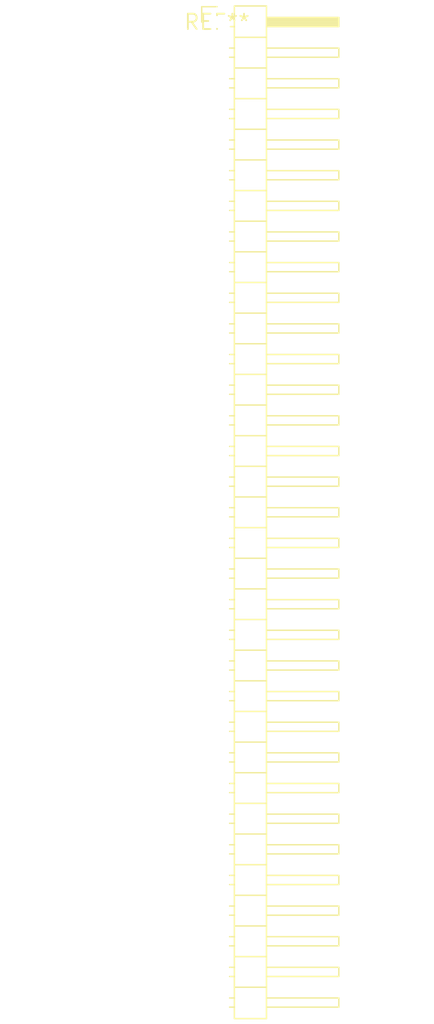
<source format=kicad_pcb>
(kicad_pcb (version 20240108) (generator pcbnew)
  (layers (0 "F.Cu" signal) (31 "B.Cu" signal) (34 "B.Paste" user) (35 "F.Paste" user) (36 "B.SilkS" user "B.Silkscreen") (37 "F.SilkS" user "F.Silkscreen") (38 "B.Mask" user) (39 "F.Mask" user) (44 "Edge.Cuts" user))
  (net 0 "")
  (footprint "PinHeader_1x33_P2.54mm_Horizontal" (layer "F.Cu") (at 0 0)
    (property "Reference" "REF**")
    (property "Value" "PinHeader_1x33_P2.54mm_Horizontal")
    (fp_line (start -1.27 -1.27) (end 0 -1.27) (layer "F.SilkS") (stroke (width 0.12)))
    (fp_line (start -1.27 0) (end -1.27 -1.27) (layer "F.SilkS") (stroke (width 0.12)))
    (fp_line (start 1.042929 2.16) (end 1.44 2.16) (layer "F.SilkS") (stroke (width 0.12)))
    (fp_line (start 1.042929 2.92) (end 1.44 2.92) (layer "F.SilkS") (stroke (width 0.12)))
    (fp_line (start 1.042929 4.7) (end 1.44 4.7) (layer "F.SilkS") (stroke (width 0.12)))
    (fp_line (start 1.042929 5.46) (end 1.44 5.46) (layer "F.SilkS") (stroke (width 0.12)))
    (fp_line (start 1.042929 7.24) (end 1.44 7.24) (layer "F.SilkS") (stroke (width 0.12)))
    (fp_line (start 1.042929 8) (end 1.44 8) (layer "F.SilkS") (stroke (width 0.12)))
    (fp_line (start 1.042929 9.78) (end 1.44 9.78) (layer "F.SilkS") (stroke (width 0.12)))
    (fp_line (start 1.042929 10.54) (end 1.44 10.54) (layer "F.SilkS") (stroke (width 0.12)))
    (fp_line (start 1.042929 12.32) (end 1.44 12.32) (layer "F.SilkS") (stroke (width 0.12)))
    (fp_line (start 1.042929 13.08) (end 1.44 13.08) (layer "F.SilkS") (stroke (width 0.12)))
    (fp_line (start 1.042929 14.86) (end 1.44 14.86) (layer "F.SilkS") (stroke (width 0.12)))
    (fp_line (start 1.042929 15.62) (end 1.44 15.62) (layer "F.SilkS") (stroke (width 0.12)))
    (fp_line (start 1.042929 17.4) (end 1.44 17.4) (layer "F.SilkS") (stroke (width 0.12)))
    (fp_line (start 1.042929 18.16) (end 1.44 18.16) (layer "F.SilkS") (stroke (width 0.12)))
    (fp_line (start 1.042929 19.94) (end 1.44 19.94) (layer "F.SilkS") (stroke (width 0.12)))
    (fp_line (start 1.042929 20.7) (end 1.44 20.7) (layer "F.SilkS") (stroke (width 0.12)))
    (fp_line (start 1.042929 22.48) (end 1.44 22.48) (layer "F.SilkS") (stroke (width 0.12)))
    (fp_line (start 1.042929 23.24) (end 1.44 23.24) (layer "F.SilkS") (stroke (width 0.12)))
    (fp_line (start 1.042929 25.02) (end 1.44 25.02) (layer "F.SilkS") (stroke (width 0.12)))
    (fp_line (start 1.042929 25.78) (end 1.44 25.78) (layer "F.SilkS") (stroke (width 0.12)))
    (fp_line (start 1.042929 27.56) (end 1.44 27.56) (layer "F.SilkS") (stroke (width 0.12)))
    (fp_line (start 1.042929 28.32) (end 1.44 28.32) (layer "F.SilkS") (stroke (width 0.12)))
    (fp_line (start 1.042929 30.1) (end 1.44 30.1) (layer "F.SilkS") (stroke (width 0.12)))
    (fp_line (start 1.042929 30.86) (end 1.44 30.86) (layer "F.SilkS") (stroke (width 0.12)))
    (fp_line (start 1.042929 32.64) (end 1.44 32.64) (layer "F.SilkS") (stroke (width 0.12)))
    (fp_line (start 1.042929 33.4) (end 1.44 33.4) (layer "F.SilkS") (stroke (width 0.12)))
    (fp_line (start 1.042929 35.18) (end 1.44 35.18) (layer "F.SilkS") (stroke (width 0.12)))
    (fp_line (start 1.042929 35.94) (end 1.44 35.94) (layer "F.SilkS") (stroke (width 0.12)))
    (fp_line (start 1.042929 37.72) (end 1.44 37.72) (layer "F.SilkS") (stroke (width 0.12)))
    (fp_line (start 1.042929 38.48) (end 1.44 38.48) (layer "F.SilkS") (stroke (width 0.12)))
    (fp_line (start 1.042929 40.26) (end 1.44 40.26) (layer "F.SilkS") (stroke (width 0.12)))
    (fp_line (start 1.042929 41.02) (end 1.44 41.02) (layer "F.SilkS") (stroke (width 0.12)))
    (fp_line (start 1.042929 42.8) (end 1.44 42.8) (layer "F.SilkS") (stroke (width 0.12)))
    (fp_line (start 1.042929 43.56) (end 1.44 43.56) (layer "F.SilkS") (stroke (width 0.12)))
    (fp_line (start 1.042929 45.34) (end 1.44 45.34) (layer "F.SilkS") (stroke (width 0.12)))
    (fp_line (start 1.042929 46.1) (end 1.44 46.1) (layer "F.SilkS") (stroke (width 0.12)))
    (fp_line (start 1.042929 47.88) (end 1.44 47.88) (layer "F.SilkS") (stroke (width 0.12)))
    (fp_line (start 1.042929 48.64) (end 1.44 48.64) (layer "F.SilkS") (stroke (width 0.12)))
    (fp_line (start 1.042929 50.42) (end 1.44 50.42) (layer "F.SilkS") (stroke (width 0.12)))
    (fp_line (start 1.042929 51.18) (end 1.44 51.18) (layer "F.SilkS") (stroke (width 0.12)))
    (fp_line (start 1.042929 52.96) (end 1.44 52.96) (layer "F.SilkS") (stroke (width 0.12)))
    (fp_line (start 1.042929 53.72) (end 1.44 53.72) (layer "F.SilkS") (stroke (width 0.12)))
    (fp_line (start 1.042929 55.5) (end 1.44 55.5) (layer "F.SilkS") (stroke (width 0.12)))
    (fp_line (start 1.042929 56.26) (end 1.44 56.26) (layer "F.SilkS") (stroke (width 0.12)))
    (fp_line (start 1.042929 58.04) (end 1.44 58.04) (layer "F.SilkS") (stroke (width 0.12)))
    (fp_line (start 1.042929 58.8) (end 1.44 58.8) (layer "F.SilkS") (stroke (width 0.12)))
    (fp_line (start 1.042929 60.58) (end 1.44 60.58) (layer "F.SilkS") (stroke (width 0.12)))
    (fp_line (start 1.042929 61.34) (end 1.44 61.34) (layer "F.SilkS") (stroke (width 0.12)))
    (fp_line (start 1.042929 63.12) (end 1.44 63.12) (layer "F.SilkS") (stroke (width 0.12)))
    (fp_line (start 1.042929 63.88) (end 1.44 63.88) (layer "F.SilkS") (stroke (width 0.12)))
    (fp_line (start 1.042929 65.66) (end 1.44 65.66) (layer "F.SilkS") (stroke (width 0.12)))
    (fp_line (start 1.042929 66.42) (end 1.44 66.42) (layer "F.SilkS") (stroke (width 0.12)))
    (fp_line (start 1.042929 68.2) (end 1.44 68.2) (layer "F.SilkS") (stroke (width 0.12)))
    (fp_line (start 1.042929 68.96) (end 1.44 68.96) (layer "F.SilkS") (stroke (width 0.12)))
    (fp_line (start 1.042929 70.74) (end 1.44 70.74) (layer "F.SilkS") (stroke (width 0.12)))
    (fp_line (start 1.042929 71.5) (end 1.44 71.5) (layer "F.SilkS") (stroke (width 0.12)))
    (fp_line (start 1.042929 73.28) (end 1.44 73.28) (layer "F.SilkS") (stroke (width 0.12)))
    (fp_line (start 1.042929 74.04) (end 1.44 74.04) (layer "F.SilkS") (stroke (width 0.12)))
    (fp_line (start 1.042929 75.82) (end 1.44 75.82) (layer "F.SilkS") (stroke (width 0.12)))
    (fp_line (start 1.042929 76.58) (end 1.44 76.58) (layer "F.SilkS") (stroke (width 0.12)))
    (fp_line (start 1.042929 78.36) (end 1.44 78.36) (layer "F.SilkS") (stroke (width 0.12)))
    (fp_line (start 1.042929 79.12) (end 1.44 79.12) (layer "F.SilkS") (stroke (width 0.12)))
    (fp_line (start 1.042929 80.9) (end 1.44 80.9) (layer "F.SilkS") (stroke (width 0.12)))
    (fp_line (start 1.042929 81.66) (end 1.44 81.66) (layer "F.SilkS") (stroke (width 0.12)))
    (fp_line (start 1.11 -0.38) (end 1.44 -0.38) (layer "F.SilkS") (stroke (width 0.12)))
    (fp_line (start 1.11 0.38) (end 1.44 0.38) (layer "F.SilkS") (stroke (width 0.12)))
    (fp_line (start 1.44 -1.33) (end 1.44 82.61) (layer "F.SilkS") (stroke (width 0.12)))
    (fp_line (start 1.44 1.27) (end 4.1 1.27) (layer "F.SilkS") (stroke (width 0.12)))
    (fp_line (start 1.44 3.81) (end 4.1 3.81) (layer "F.SilkS") (stroke (width 0.12)))
    (fp_line (start 1.44 6.35) (end 4.1 6.35) (layer "F.SilkS") (stroke (width 0.12)))
    (fp_line (start 1.44 8.89) (end 4.1 8.89) (layer "F.SilkS") (stroke (width 0.12)))
    (fp_line (start 1.44 11.43) (end 4.1 11.43) (layer "F.SilkS") (stroke (width 0.12)))
    (fp_line (start 1.44 13.97) (end 4.1 13.97) (layer "F.SilkS") (stroke (width 0.12)))
    (fp_line (start 1.44 16.51) (end 4.1 16.51) (layer "F.SilkS") (stroke (width 0.12)))
    (fp_line (start 1.44 19.05) (end 4.1 19.05) (layer "F.SilkS") (stroke (width 0.12)))
    (fp_line (start 1.44 21.59) (end 4.1 21.59) (layer "F.SilkS") (stroke (width 0.12)))
    (fp_line (start 1.44 24.13) (end 4.1 24.13) (layer "F.SilkS") (stroke (width 0.12)))
    (fp_line (start 1.44 26.67) (end 4.1 26.67) (layer "F.SilkS") (stroke (width 0.12)))
    (fp_line (start 1.44 29.21) (end 4.1 29.21) (layer "F.SilkS") (stroke (width 0.12)))
    (fp_line (start 1.44 31.75) (end 4.1 31.75) (layer "F.SilkS") (stroke (width 0.12)))
    (fp_line (start 1.44 34.29) (end 4.1 34.29) (layer "F.SilkS") (stroke (width 0.12)))
    (fp_line (start 1.44 36.83) (end 4.1 36.83) (layer "F.SilkS") (stroke (width 0.12)))
    (fp_line (start 1.44 39.37) (end 4.1 39.37) (layer "F.SilkS") (stroke (width 0.12)))
    (fp_line (start 1.44 41.91) (end 4.1 41.91) (layer "F.SilkS") (stroke (width 0.12)))
    (fp_line (start 1.44 44.45) (end 4.1 44.45) (layer "F.SilkS") (stroke (width 0.12)))
    (fp_line (start 1.44 46.99) (end 4.1 46.99) (layer "F.SilkS") (stroke (width 0.12)))
    (fp_line (start 1.44 49.53) (end 4.1 49.53) (layer "F.SilkS") (stroke (width 0.12)))
    (fp_line (start 1.44 52.07) (end 4.1 52.07) (layer "F.SilkS") (stroke (width 0.12)))
    (fp_line (start 1.44 54.61) (end 4.1 54.61) (layer "F.SilkS") (stroke (width 0.12)))
    (fp_line (start 1.44 57.15) (end 4.1 57.15) (layer "F.SilkS") (stroke (width 0.12)))
    (fp_line (start 1.44 59.69) (end 4.1 59.69) (layer "F.SilkS") (stroke (width 0.12)))
    (fp_line (start 1.44 62.23) (end 4.1 62.23) (layer "F.SilkS") (stroke (width 0.12)))
    (fp_line (start 1.44 64.77) (end 4.1 64.77) (layer "F.SilkS") (stroke (width 0.12)))
    (fp_line (start 1.44 67.31) (end 4.1 67.31) (layer "F.SilkS") (stroke (width 0.12)))
    (fp_line (start 1.44 69.85) (end 4.1 69.85) (layer "F.SilkS") (stroke (width 0.12)))
    (fp_line (start 1.44 72.39) (end 4.1 72.39) (layer "F.SilkS") (stroke (width 0.12)))
    (fp_line (start 1.44 74.93) (end 4.1 74.93) (layer "F.SilkS") (stroke (width 0.12)))
    (fp_line (start 1.44 77.47) (end 4.1 77.47) (layer "F.SilkS") (stroke (width 0.12)))
    (fp_line (start 1.44 80.01) (end 4.1 80.01) (layer "F.SilkS") (stroke (width 0.12)))
    (fp_line (start 1.44 82.61) (end 4.1 82.61) (layer "F.SilkS") (stroke (width 0.12)))
    (fp_line (start 4.1 -1.33) (end 1.44 -1.33) (layer "F.SilkS") (stroke (width 0.12)))
    (fp_line (start 4.1 -0.38) (end 10.1 -0.38) (layer "F.SilkS") (stroke (width 0.12)))
    (fp_line (start 4.1 -0.32) (end 10.1 -0.32) (layer "F.SilkS") (stroke (width 0.12)))
    (fp_line (start 4.1 -0.2) (end 10.1 -0.2) (layer "F.SilkS") (stroke (width 0.12)))
    (fp_line (start 4.1 -0.08) (end 10.1 -0.08) (layer "F.SilkS") (stroke (width 0.12)))
    (fp_line (start 4.1 0.04) (end 10.1 0.04) (layer "F.SilkS") (stroke (width 0.12)))
    (fp_line (start 4.1 0.16) (end 10.1 0.16) (layer "F.SilkS") (stroke (width 0.12)))
    (fp_line (start 4.1 0.28) (end 10.1 0.28) (layer "F.SilkS") (stroke (width 0.12)))
    (fp_line (start 4.1 2.16) (end 10.1 2.16) (layer "F.SilkS") (stroke (width 0.12)))
    (fp_line (start 4.1 4.7) (end 10.1 4.7) (layer "F.SilkS") (stroke (width 0.12)))
    (fp_line (start 4.1 7.24) (end 10.1 7.24) (layer "F.SilkS") (stroke (width 0.12)))
    (fp_line (start 4.1 9.78) (end 10.1 9.78) (layer "F.SilkS") (stroke (width 0.12)))
    (fp_line (start 4.1 12.32) (end 10.1 12.32) (layer "F.SilkS") (stroke (width 0.12)))
    (fp_line (start 4.1 14.86) (end 10.1 14.86) (layer "F.SilkS") (stroke (width 0.12)))
    (fp_line (start 4.1 17.4) (end 10.1 17.4) (layer "F.SilkS") (stroke (width 0.12)))
    (fp_line (start 4.1 19.94) (end 10.1 19.94) (layer "F.SilkS") (stroke (width 0.12)))
    (fp_line (start 4.1 22.48) (end 10.1 22.48) (layer "F.SilkS") (stroke (width 0.12)))
    (fp_line (start 4.1 25.02) (end 10.1 25.02) (layer "F.SilkS") (stroke (width 0.12)))
    (fp_line (start 4.1 27.56) (end 10.1 27.56) (layer "F.SilkS") (stroke (width 0.12)))
    (fp_line (start 4.1 30.1) (end 10.1 30.1) (layer "F.SilkS") (stroke (width 0.12)))
    (fp_line (start 4.1 32.64) (end 10.1 32.64) (layer "F.SilkS") (stroke (width 0.12)))
    (fp_line (start 4.1 35.18) (end 10.1 35.18) (layer "F.SilkS") (stroke (width 0.12)))
    (fp_line (start 4.1 37.72) (end 10.1 37.72) (layer "F.SilkS") (stroke (width 0.12)))
    (fp_line (start 4.1 40.26) (end 10.1 40.26) (layer "F.SilkS") (stroke (width 0.12)))
    (fp_line (start 4.1 42.8) (end 10.1 42.8) (layer "F.SilkS") (stroke (width 0.12)))
    (fp_line (start 4.1 45.34) (end 10.1 45.34) (layer "F.SilkS") (stroke (width 0.12)))
    (fp_line (start 4.1 47.88) (end 10.1 47.88) (layer "F.SilkS") (stroke (width 0.12)))
    (fp_line (start 4.1 50.42) (end 10.1 50.42) (layer "F.SilkS") (stroke (width 0.12)))
    (fp_line (start 4.1 52.96) (end 10.1 52.96) (layer "F.SilkS") (stroke (width 0.12)))
    (fp_line (start 4.1 55.5) (end 10.1 55.5) (layer "F.SilkS") (stroke (width 0.12)))
    (fp_line (start 4.1 58.04) (end 10.1 58.04) (layer "F.SilkS") (stroke (width 0.12)))
    (fp_line (start 4.1 60.58) (end 10.1 60.58) (layer "F.SilkS") (stroke (width 0.12)))
    (fp_line (start 4.1 63.12) (end 10.1 63.12) (layer "F.SilkS") (stroke (width 0.12)))
    (fp_line (start 4.1 65.66) (end 10.1 65.66) (layer "F.SilkS") (stroke (width 0.12)))
    (fp_line (start 4.1 68.2) (end 10.1 68.2) (layer "F.SilkS") (stroke (width 0.12)))
    (fp_line (start 4.1 70.74) (end 10.1 70.74) (layer "F.SilkS") (stroke (width 0.12)))
    (fp_line (start 4.1 73.28) (end 10.1 73.28) (layer "F.SilkS") (stroke (width 0.12)))
    (fp_line (start 4.1 75.82) (end 10.1 75.82) (layer "F.SilkS") (stroke (width 0.12)))
    (fp_line (start 4.1 78.36) (end 10.1 78.36) (layer "F.SilkS") (stroke (width 0.12)))
    (fp_line (start 4.1 80.9) (end 10.1 80.9) (layer "F.SilkS") (stroke (width 0.12)))
    (fp_line (start 4.1 82.61) (end 4.1 -1.33) (layer "F.SilkS") (stroke (width 0.12)))
    (fp_line (start 10.1 -0.38) (end 10.1 0.38) (layer "F.SilkS") (stroke (width 0.12)))
    (fp_line (start 10.1 0.38) (end 4.1 0.38) (layer "F.SilkS") (stroke (width 0.12)))
    (fp_line (start 10.1 2.16) (end 10.1 2.92) (layer "F.SilkS") (stroke (width 0.12)))
    (fp_line (start 10.1 2.92) (end 4.1 2.92) (layer "F.SilkS") (stroke (width 0.12)))
    (fp_line (start 10.1 4.7) (end 10.1 5.46) (layer "F.SilkS") (stroke (width 0.12)))
    (fp_line (start 10.1 5.46) (end 4.1 5.46) (layer "F.SilkS") (stroke (width 0.12)))
    (fp_line (start 10.1 7.24) (end 10.1 8) (layer "F.SilkS") (stroke (width 0.12)))
    (fp_line (start 10.1 8) (end 4.1 8) (layer "F.SilkS") (stroke (width 0.12)))
    (fp_line (start 10.1 9.78) (end 10.1 10.54) (layer "F.SilkS") (stroke (width 0.12)))
    (fp_line (start 10.1 10.54) (end 4.1 10.54) (layer "F.SilkS") (stroke (width 0.12)))
    (fp_line (start 10.1 12.32) (end 10.1 13.08) (layer "F.SilkS") (stroke (width 0.12)))
    (fp_line (start 10.1 13.08) (end 4.1 13.08) (layer "F.SilkS") (stroke (width 0.12)))
    (fp_line (start 10.1 14.86) (end 10.1 15.62) (layer "F.SilkS") (stroke (width 0.12)))
    (fp_line (start 10.1 15.62) (end 4.1 15.62) (layer "F.SilkS") (stroke (width 0.12)))
    (fp_line (start 10.1 17.4) (end 10.1 18.16) (layer "F.SilkS") (stroke (width 0.12)))
    (fp_line (start 10.1 18.16) (end 4.1 18.16) (layer "F.SilkS") (stroke (width 0.12)))
    (fp_line (start 10.1 19.94) (end 10.1 20.7) (layer "F.SilkS") (stroke (width 0.12)))
    (fp_line (start 10.1 20.7) (end 4.1 20.7) (layer "F.SilkS") (stroke (width 0.12)))
    (fp_line (start 10.1 22.48) (end 10.1 23.24) (layer "F.SilkS") (stroke (width 0.12)))
    (fp_line (start 10.1 23.24) (end 4.1 23.24) (layer "F.SilkS") (stroke (width 0.12)))
    (fp_line (start 10.1 25.02) (end 10.1 25.78) (layer "F.SilkS") (stroke (width 0.12)))
    (fp_line (start 10.1 25.78) (end 4.1 25.78) (layer "F.SilkS") (stroke (width 0.12)))
    (fp_line (start 10.1 27.56) (end 10.1 28.32) (layer "F.SilkS") (stroke (width 0.12)))
    (fp_line (start 10.1 28.32) (end 4.1 28.32) (layer "F.SilkS") (stroke (width 0.12)))
    (fp_line (start 10.1 30.1) (end 10.1 30.86) (layer "F.SilkS") (stroke (width 0.12)))
    (fp_line (start 10.1 30.86) (end 4.1 30.86) (layer "F.SilkS") (stroke (width 0.12)))
    (fp_line (start 10.1 32.64) (end 10.1 33.4) (layer "F.SilkS") (stroke (width 0.12)))
    (fp_line (start 10.1 33.4) (end 4.1 33.4) (layer "F.SilkS") (stroke (width 0.12)))
    (fp_line (start 10.1 35.18) (end 10.1 35.94) (layer "F.SilkS") (stroke (width 0.12)))
    (fp_line (start 10.1 35.94) (end 4.1 35.94) (layer "F.SilkS") (stroke (width 0.12)))
    (fp_line (start 10.1 37.72) (end 10.1 38.48) (layer "F.SilkS") (stroke (width 0.12)))
    (fp_line (start 10.1 38.48) (end 4.1 38.48) (layer "F.SilkS") (stroke (width 0.12)))
    (fp_line (start 10.1 40.26) (end 10.1 41.02) (layer "F.SilkS") (stroke (width 0.12)))
    (fp_line (start 10.1 41.02) (end 4.1 41.02) (layer "F.SilkS") (stroke (width 0.12)))
    (fp_line (start 10.1 42.8) (end 10.1 43.56) (layer "F.SilkS") (stroke (width 0.12)))
    (fp_line (start 10.1 43.56) (end 4.1 43.56) (layer "F.SilkS") (stroke (width 0.12)))
    (fp_line (start 10.1 45.34) (end 10.1 46.1) (layer "F.SilkS") (stroke (width 0.12)))
    (fp_line (start 10.1 46.1) (end 4.1 46.1) (layer "F.SilkS") (stroke (width 0.12)))
    (fp_line (start 10.1 47.88) (end 10.1 48.64) (layer "F.SilkS") (stroke (width 0.12)))
    (fp_line (start 10.1 48.64) (end 4.1 48.64) (layer "F.SilkS") (stroke (width 0.12)))
    (fp_line (start 10.1 50.42) (end 10.1 51.18) (layer "F.SilkS") (stroke (width 0.12)))
    (fp_line (start 10.1 51.18) (end 4.1 51.18) (layer "F.SilkS") (stroke (width 0.12)))
    (fp_line (start 10.1 52.96) (end 10.1 53.72) (layer "F.SilkS") (stroke (width 0.12)))
    (fp_line (start 10.1 53.72) (end 4.1 53.72) (layer "F.SilkS") (stroke (width 0.12)))
    (fp_line (start 10.1 55.5) (end 10.1 56.26) (layer "F.SilkS") (stroke (width 0.12)))
    (fp_line (start 10.1 56.26) (end 4.1 56.26) (layer "F.SilkS") (stroke (width 0.12)))
    (fp_line (start 10.1 58.04) (end 10.1 58.8) (layer "F.SilkS") (stroke (width 0.12)))
    (fp_line (start 10.1 58.8) (end 4.1 58.8) (layer "F.SilkS") (stroke (width 0.12)))
    (fp_line (start 10.1 60.58) (end 10.1 61.34) (layer "F.SilkS") (stroke (width 0.12)))
    (fp_line (start 10.1 61.34) (end 4.1 61.34) (layer "F.SilkS") (stroke (width 0.12)))
    (fp_line (start 10.1 63.12) (end 10.1 63.88) (layer "F.SilkS") (stroke (width 0.12)))
    (fp_line (start 10.1 63.88) (end 4.1 63.88) (layer "F.SilkS") (stroke (width 0.12)))
    (fp_line (start 10.1 65.66) (end 10.1 66.42) (layer "F.SilkS") (stroke (width 0.12)))
    (fp_line (start 10.1 66.42) (end 4.1 66.42) (layer "F.SilkS") (stroke (width 0.12)))
    (fp_line (start 10.1 68.2) (end 10.1 68.96) (layer "F.SilkS") (stroke (width 0.12)))
    (fp_line (start 10.1 68.96) (end 4.1 68.96) (layer "F.SilkS") (stroke (width 0.12)))
    (fp_line (start 10.1 70.74) (end 10.1 71.5) (layer "F.SilkS") (stroke (width 0.12)))
    (fp_line (start 10.1 71.5) (end 4.1 71.5) (layer "F.SilkS") (stroke (width 0.12)))
    (fp_line (start 10.1 73.28) (end 10.1 74.04) (layer "F.SilkS") (stroke (width 0.12)))
    (fp_line (start 10.1 74.04) (end 4.1 74.04) (layer "F.SilkS") (stroke (width 0.12)))
    (fp_line (start 10.1 75.82) (end 10.1 76.58) (layer "F.SilkS") (stroke (width 0.12)))
    (fp_line (start 10.1 76.58) (end 4.1 76.58) (layer "F.SilkS") (stroke (width 0.12)))
    (fp_line (start 10.1 78.36) (end 10.1 79.12) (layer "F.SilkS") (stroke (width 0.12)))
    (fp_line (start 10.1 79.12) (end 4.1 79.12) (layer "F.SilkS") (stroke (width 0.12)))
    (fp_line (start 10.1 80.9) (end 10.1 81.66) (layer "F.SilkS") (stroke (width 0.12)))
    (fp_line (start 10.1 81.66) (end 4.1 81.66) (layer "F.SilkS") (stroke (width 0.12)))
    (pad "1" thru_hole rect (at 0 0) (size 1.7 1.7) (drill 1) (layers *.Cu *.Mask) (remove_unused_layers))
    (pad "2" thru_hole oval (at 0 2.54) (size 1.7 1.7) (drill 1) (layers *.Cu *.Mask) (remove_unused_layers))
    (pad "3" thru_hole oval (at 0 5.08) (size 1.7 1.7) (drill 1) (layers *.Cu *.Mask) (remove_unused_layers))
    (pad "4" thru_hole oval (at 0 7.62) (size 1.7 1.7) (drill 1) (layers *.Cu *.Mask) (remove_unused_layers))
    (pad "5" thru_hole oval (at 0 10.16) (size 1.7 1.7) (drill 1) (layers *.Cu *.Mask) (remove_unused_layers))
    (pad "6" thru_hole oval (at 0 12.7) (size 1.7 1.7) (drill 1) (layers *.Cu *.Mask) (remove_unused_layers))
    (pad "7" thru_hole oval (at 0 15.24) (size 1.7 1.7) (drill 1) (layers *.Cu *.Mask) (remove_unused_layers))
    (pad "8" thru_hole oval (at 0 17.78) (size 1.7 1.7) (drill 1) (layers *.Cu *.Mask) (remove_unused_layers))
    (pad "9" thru_hole oval (at 0 20.32) (size 1.7 1.7) (drill 1) (layers *.Cu *.Mask) (remove_unused_layers))
    (pad "10" thru_hole oval (at 0 22.86) (size 1.7 1.7) (drill 1) (layers *.Cu *.Mask) (remove_unused_layers))
    (pad "11" thru_hole oval (at 0 25.4) (size 1.7 1.7) (drill 1) (layers *.Cu *.Mask) (remove_unused_layers))
    (pad "12" thru_hole oval (at 0 27.94) (size 1.7 1.7) (drill 1) (layers *.Cu *.Mask) (remove_unused_layers))
    (pad "13" thru_hole oval (at 0 30.48) (size 1.7 1.7) (drill 1) (layers *.Cu *.Mask) (remove_unused_layers))
    (pad "14" thru_hole oval (at 0 33.02) (size 1.7 1.7) (drill 1) (layers *.Cu *.Mask) (remove_unused_layers))
    (pad "15" thru_hole oval (at 0 35.56) (size 1.7 1.7) (drill 1) (layers *.Cu *.Mask) (remove_unused_layers))
    (pad "16" thru_hole oval (at 0 38.1) (size 1.7 1.7) (drill 1) (layers *.Cu *.Mask) (remove_unused_layers))
    (pad "17" thru_hole oval (at 0 40.64) (size 1.7 1.7) (drill 1) (layers *.Cu *.Mask) (remove_unused_layers))
    (pad "18" thru_hole oval (at 0 43.18) (size 1.7 1.7) (drill 1) (layers *.Cu *.Mask) (remove_unused_layers))
    (pad "19" thru_hole oval (at 0 45.72) (size 1.7 1.7) (drill 1) (layers *.Cu *.Mask) (remove_unused_layers))
    (pad "20" thru_hole oval (at 0 48.26) (size 1.7 1.7) (drill 1) (layers *.Cu *.Mask) (remove_unused_layers))
    (pad "21" thru_hole oval (at 0 50.8) (size 1.7 1.7) (drill 1) (layers *.Cu *.Mask) (remove_unused_layers))
    (pad "22" thru_hole oval (at 0 53.34) (size 1.7 1.7) (drill 1) (layers *.Cu *.Mask) (remove_unused_layers))
    (pad "23" thru_hole oval (at 0 55.88) (size 1.7 1.7) (drill 1) (layers *.Cu *.Mask) (remove_unused_layers))
    (pad "24" thru_hole oval (at 0 58.42) (size 1.7 1.7) (drill 1) (layers *.Cu *.Mask) (remove_unused_layers))
    (pad "25" thru_hole oval (at 0 60.96) (size 1.7 1.7) (drill 1) (layers *.Cu *.Mask) (remove_unused_layers))
    (pad "26" thru_hole oval (at 0 63.5) (size 1.7 1.7) (drill 1) (layers *.Cu *.Mask) (remove_unused_layers))
    (pad "27" thru_hole oval (at 0 66.04) (size 1.7 1.7) (drill 1) (layers *.Cu *.Mask) (remove_unused_layers))
    (pad "28" thru_hole oval (at 0 68.58) (size 1.7 1.7) (drill 1) (layers *.Cu *.Mask) (remove_unused_layers))
    (pad "29" thru_hole oval (at 0 71.12) (size 1.7 1.7) (drill 1) (layers *.Cu *.Mask) (remove_unused_layers))
    (pad "30" thru_hole oval (at 0 73.66) (size 1.7 1.7) (drill 1) (layers *.Cu *.Mask) (remove_unused_layers))
    (pad "31" thru_hole oval (at 0 76.2) (size 1.7 1.7) (drill 1) (layers *.Cu *.Mask) (remove_unused_layers))
    (pad "32" thru_hole oval (at 0 78.74) (size 1.7 1.7) (drill 1) (layers *.Cu *.Mask) (remove_unused_layers))
    (pad "33" thru_hole oval (at 0 81.28) (size 1.7 1.7) (drill 1) (layers *.Cu *.Mask) (remove_unused_layers))
  )
)
</source>
